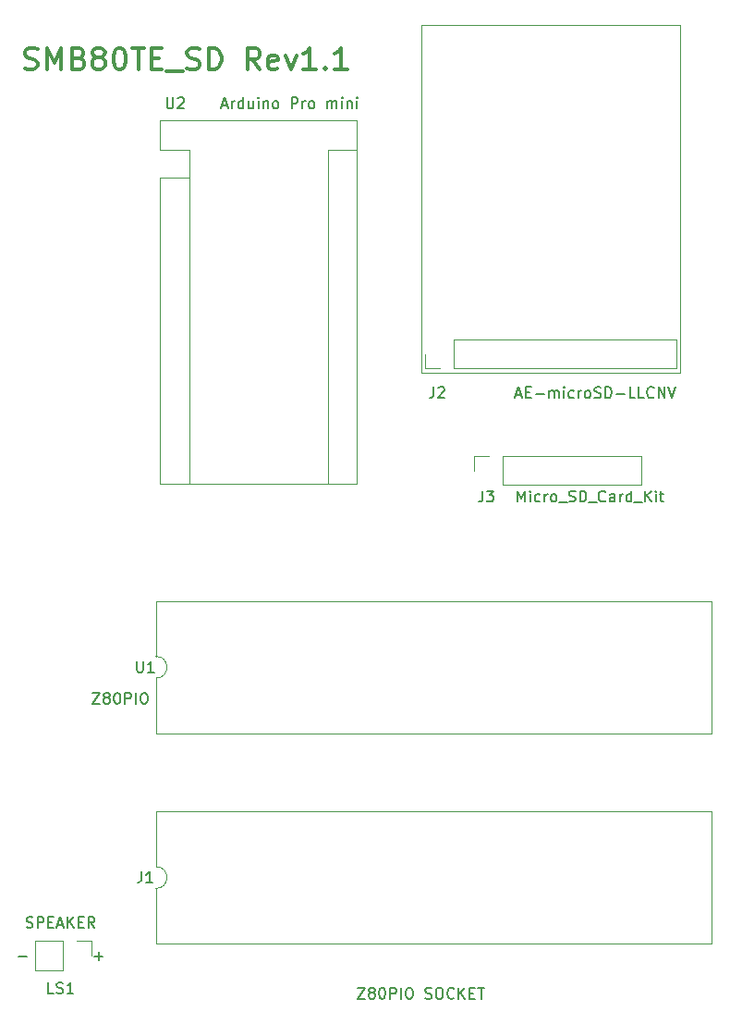
<source format=gto>
G04 #@! TF.GenerationSoftware,KiCad,Pcbnew,(5.1.9)-1*
G04 #@! TF.CreationDate,2023-03-18T10:12:14+09:00*
G04 #@! TF.ProjectId,SMB80TE_SD,534d4238-3054-4455-9f53-442e6b696361,rev?*
G04 #@! TF.SameCoordinates,PX53920b0PY93c3260*
G04 #@! TF.FileFunction,Legend,Top*
G04 #@! TF.FilePolarity,Positive*
%FSLAX46Y46*%
G04 Gerber Fmt 4.6, Leading zero omitted, Abs format (unit mm)*
G04 Created by KiCad (PCBNEW (5.1.9)-1) date 2023-03-18 10:12:14*
%MOMM*%
%LPD*%
G01*
G04 APERTURE LIST*
%ADD10C,0.150000*%
%ADD11C,0.300000*%
%ADD12C,0.120000*%
G04 APERTURE END LIST*
D10*
X47380952Y46547620D02*
X47380952Y47547620D01*
X47714285Y46833334D01*
X48047619Y47547620D01*
X48047619Y46547620D01*
X48523809Y46547620D02*
X48523809Y47214286D01*
X48523809Y47547620D02*
X48476190Y47500000D01*
X48523809Y47452381D01*
X48571428Y47500000D01*
X48523809Y47547620D01*
X48523809Y47452381D01*
X49428571Y46595239D02*
X49333333Y46547620D01*
X49142857Y46547620D01*
X49047619Y46595239D01*
X49000000Y46642858D01*
X48952380Y46738096D01*
X48952380Y47023810D01*
X49000000Y47119048D01*
X49047619Y47166667D01*
X49142857Y47214286D01*
X49333333Y47214286D01*
X49428571Y47166667D01*
X49857142Y46547620D02*
X49857142Y47214286D01*
X49857142Y47023810D02*
X49904761Y47119048D01*
X49952380Y47166667D01*
X50047619Y47214286D01*
X50142857Y47214286D01*
X50619047Y46547620D02*
X50523809Y46595239D01*
X50476190Y46642858D01*
X50428571Y46738096D01*
X50428571Y47023810D01*
X50476190Y47119048D01*
X50523809Y47166667D01*
X50619047Y47214286D01*
X50761904Y47214286D01*
X50857142Y47166667D01*
X50904761Y47119048D01*
X50952380Y47023810D01*
X50952380Y46738096D01*
X50904761Y46642858D01*
X50857142Y46595239D01*
X50761904Y46547620D01*
X50619047Y46547620D01*
X51142857Y46452381D02*
X51904761Y46452381D01*
X52095238Y46595239D02*
X52238095Y46547620D01*
X52476190Y46547620D01*
X52571428Y46595239D01*
X52619047Y46642858D01*
X52666666Y46738096D01*
X52666666Y46833334D01*
X52619047Y46928572D01*
X52571428Y46976191D01*
X52476190Y47023810D01*
X52285714Y47071429D01*
X52190476Y47119048D01*
X52142857Y47166667D01*
X52095238Y47261905D01*
X52095238Y47357143D01*
X52142857Y47452381D01*
X52190476Y47500000D01*
X52285714Y47547620D01*
X52523809Y47547620D01*
X52666666Y47500000D01*
X53095238Y46547620D02*
X53095238Y47547620D01*
X53333333Y47547620D01*
X53476190Y47500000D01*
X53571428Y47404762D01*
X53619047Y47309524D01*
X53666666Y47119048D01*
X53666666Y46976191D01*
X53619047Y46785715D01*
X53571428Y46690477D01*
X53476190Y46595239D01*
X53333333Y46547620D01*
X53095238Y46547620D01*
X53857142Y46452381D02*
X54619047Y46452381D01*
X55428571Y46642858D02*
X55380952Y46595239D01*
X55238095Y46547620D01*
X55142857Y46547620D01*
X55000000Y46595239D01*
X54904761Y46690477D01*
X54857142Y46785715D01*
X54809523Y46976191D01*
X54809523Y47119048D01*
X54857142Y47309524D01*
X54904761Y47404762D01*
X55000000Y47500000D01*
X55142857Y47547620D01*
X55238095Y47547620D01*
X55380952Y47500000D01*
X55428571Y47452381D01*
X56285714Y46547620D02*
X56285714Y47071429D01*
X56238095Y47166667D01*
X56142857Y47214286D01*
X55952380Y47214286D01*
X55857142Y47166667D01*
X56285714Y46595239D02*
X56190476Y46547620D01*
X55952380Y46547620D01*
X55857142Y46595239D01*
X55809523Y46690477D01*
X55809523Y46785715D01*
X55857142Y46880953D01*
X55952380Y46928572D01*
X56190476Y46928572D01*
X56285714Y46976191D01*
X56761904Y46547620D02*
X56761904Y47214286D01*
X56761904Y47023810D02*
X56809523Y47119048D01*
X56857142Y47166667D01*
X56952380Y47214286D01*
X57047619Y47214286D01*
X57809523Y46547620D02*
X57809523Y47547620D01*
X57809523Y46595239D02*
X57714285Y46547620D01*
X57523809Y46547620D01*
X57428571Y46595239D01*
X57380952Y46642858D01*
X57333333Y46738096D01*
X57333333Y47023810D01*
X57380952Y47119048D01*
X57428571Y47166667D01*
X57523809Y47214286D01*
X57714285Y47214286D01*
X57809523Y47166667D01*
X58047619Y46452381D02*
X58809523Y46452381D01*
X59047619Y46547620D02*
X59047619Y47547620D01*
X59619047Y46547620D02*
X59190476Y47119048D01*
X59619047Y47547620D02*
X59047619Y46976191D01*
X60047619Y46547620D02*
X60047619Y47214286D01*
X60047619Y47547620D02*
X60000000Y47500000D01*
X60047619Y47452381D01*
X60095238Y47500000D01*
X60047619Y47547620D01*
X60047619Y47452381D01*
X60380952Y47214286D02*
X60761904Y47214286D01*
X60523809Y47547620D02*
X60523809Y46690477D01*
X60571428Y46595239D01*
X60666666Y46547620D01*
X60761904Y46547620D01*
X20285714Y82833334D02*
X20761904Y82833334D01*
X20190476Y82547620D02*
X20523809Y83547620D01*
X20857142Y82547620D01*
X21190476Y82547620D02*
X21190476Y83214286D01*
X21190476Y83023810D02*
X21238095Y83119048D01*
X21285714Y83166667D01*
X21380952Y83214286D01*
X21476190Y83214286D01*
X22238095Y82547620D02*
X22238095Y83547620D01*
X22238095Y82595239D02*
X22142857Y82547620D01*
X21952380Y82547620D01*
X21857142Y82595239D01*
X21809523Y82642858D01*
X21761904Y82738096D01*
X21761904Y83023810D01*
X21809523Y83119048D01*
X21857142Y83166667D01*
X21952380Y83214286D01*
X22142857Y83214286D01*
X22238095Y83166667D01*
X23142857Y83214286D02*
X23142857Y82547620D01*
X22714285Y83214286D02*
X22714285Y82690477D01*
X22761904Y82595239D01*
X22857142Y82547620D01*
X23000000Y82547620D01*
X23095238Y82595239D01*
X23142857Y82642858D01*
X23619047Y82547620D02*
X23619047Y83214286D01*
X23619047Y83547620D02*
X23571428Y83500000D01*
X23619047Y83452381D01*
X23666666Y83500000D01*
X23619047Y83547620D01*
X23619047Y83452381D01*
X24095238Y83214286D02*
X24095238Y82547620D01*
X24095238Y83119048D02*
X24142857Y83166667D01*
X24238095Y83214286D01*
X24380952Y83214286D01*
X24476190Y83166667D01*
X24523809Y83071429D01*
X24523809Y82547620D01*
X25142857Y82547620D02*
X25047619Y82595239D01*
X25000000Y82642858D01*
X24952380Y82738096D01*
X24952380Y83023810D01*
X25000000Y83119048D01*
X25047619Y83166667D01*
X25142857Y83214286D01*
X25285714Y83214286D01*
X25380952Y83166667D01*
X25428571Y83119048D01*
X25476190Y83023810D01*
X25476190Y82738096D01*
X25428571Y82642858D01*
X25380952Y82595239D01*
X25285714Y82547620D01*
X25142857Y82547620D01*
X26666666Y82547620D02*
X26666666Y83547620D01*
X27047619Y83547620D01*
X27142857Y83500000D01*
X27190476Y83452381D01*
X27238095Y83357143D01*
X27238095Y83214286D01*
X27190476Y83119048D01*
X27142857Y83071429D01*
X27047619Y83023810D01*
X26666666Y83023810D01*
X27666666Y82547620D02*
X27666666Y83214286D01*
X27666666Y83023810D02*
X27714285Y83119048D01*
X27761904Y83166667D01*
X27857142Y83214286D01*
X27952380Y83214286D01*
X28428571Y82547620D02*
X28333333Y82595239D01*
X28285714Y82642858D01*
X28238095Y82738096D01*
X28238095Y83023810D01*
X28285714Y83119048D01*
X28333333Y83166667D01*
X28428571Y83214286D01*
X28571428Y83214286D01*
X28666666Y83166667D01*
X28714285Y83119048D01*
X28761904Y83023810D01*
X28761904Y82738096D01*
X28714285Y82642858D01*
X28666666Y82595239D01*
X28571428Y82547620D01*
X28428571Y82547620D01*
X29952380Y82547620D02*
X29952380Y83214286D01*
X29952380Y83119048D02*
X30000000Y83166667D01*
X30095238Y83214286D01*
X30238095Y83214286D01*
X30333333Y83166667D01*
X30380952Y83071429D01*
X30380952Y82547620D01*
X30380952Y83071429D02*
X30428571Y83166667D01*
X30523809Y83214286D01*
X30666666Y83214286D01*
X30761904Y83166667D01*
X30809523Y83071429D01*
X30809523Y82547620D01*
X31285714Y82547620D02*
X31285714Y83214286D01*
X31285714Y83547620D02*
X31238095Y83500000D01*
X31285714Y83452381D01*
X31333333Y83500000D01*
X31285714Y83547620D01*
X31285714Y83452381D01*
X31761904Y83214286D02*
X31761904Y82547620D01*
X31761904Y83119048D02*
X31809523Y83166667D01*
X31904761Y83214286D01*
X32047619Y83214286D01*
X32142857Y83166667D01*
X32190476Y83071429D01*
X32190476Y82547620D01*
X32666666Y82547620D02*
X32666666Y83214286D01*
X32666666Y83547620D02*
X32619047Y83500000D01*
X32666666Y83452381D01*
X32714285Y83500000D01*
X32666666Y83547620D01*
X32666666Y83452381D01*
X8452380Y29047620D02*
X9119047Y29047620D01*
X8452380Y28047620D01*
X9119047Y28047620D01*
X9642857Y28619048D02*
X9547619Y28666667D01*
X9500000Y28714286D01*
X9452380Y28809524D01*
X9452380Y28857143D01*
X9500000Y28952381D01*
X9547619Y29000000D01*
X9642857Y29047620D01*
X9833333Y29047620D01*
X9928571Y29000000D01*
X9976190Y28952381D01*
X10023809Y28857143D01*
X10023809Y28809524D01*
X9976190Y28714286D01*
X9928571Y28666667D01*
X9833333Y28619048D01*
X9642857Y28619048D01*
X9547619Y28571429D01*
X9500000Y28523810D01*
X9452380Y28428572D01*
X9452380Y28238096D01*
X9500000Y28142858D01*
X9547619Y28095239D01*
X9642857Y28047620D01*
X9833333Y28047620D01*
X9928571Y28095239D01*
X9976190Y28142858D01*
X10023809Y28238096D01*
X10023809Y28428572D01*
X9976190Y28523810D01*
X9928571Y28571429D01*
X9833333Y28619048D01*
X10642857Y29047620D02*
X10738095Y29047620D01*
X10833333Y29000000D01*
X10880952Y28952381D01*
X10928571Y28857143D01*
X10976190Y28666667D01*
X10976190Y28428572D01*
X10928571Y28238096D01*
X10880952Y28142858D01*
X10833333Y28095239D01*
X10738095Y28047620D01*
X10642857Y28047620D01*
X10547619Y28095239D01*
X10500000Y28142858D01*
X10452380Y28238096D01*
X10404761Y28428572D01*
X10404761Y28666667D01*
X10452380Y28857143D01*
X10500000Y28952381D01*
X10547619Y29000000D01*
X10642857Y29047620D01*
X11404761Y28047620D02*
X11404761Y29047620D01*
X11785714Y29047620D01*
X11880952Y29000000D01*
X11928571Y28952381D01*
X11976190Y28857143D01*
X11976190Y28714286D01*
X11928571Y28619048D01*
X11880952Y28571429D01*
X11785714Y28523810D01*
X11404761Y28523810D01*
X12404761Y28047620D02*
X12404761Y29047620D01*
X13071428Y29047620D02*
X13261904Y29047620D01*
X13357142Y29000000D01*
X13452380Y28904762D01*
X13500000Y28714286D01*
X13500000Y28380953D01*
X13452380Y28190477D01*
X13357142Y28095239D01*
X13261904Y28047620D01*
X13071428Y28047620D01*
X12976190Y28095239D01*
X12880952Y28190477D01*
X12833333Y28380953D01*
X12833333Y28714286D01*
X12880952Y28904762D01*
X12976190Y29000000D01*
X13071428Y29047620D01*
X1619047Y4928572D02*
X2380952Y4928572D01*
X8619047Y4928572D02*
X9380952Y4928572D01*
X9000000Y4547620D02*
X9000000Y5309524D01*
X2380952Y7595239D02*
X2523809Y7547620D01*
X2761904Y7547620D01*
X2857142Y7595239D01*
X2904761Y7642858D01*
X2952380Y7738096D01*
X2952380Y7833334D01*
X2904761Y7928572D01*
X2857142Y7976191D01*
X2761904Y8023810D01*
X2571428Y8071429D01*
X2476190Y8119048D01*
X2428571Y8166667D01*
X2380952Y8261905D01*
X2380952Y8357143D01*
X2428571Y8452381D01*
X2476190Y8500000D01*
X2571428Y8547620D01*
X2809523Y8547620D01*
X2952380Y8500000D01*
X3380952Y7547620D02*
X3380952Y8547620D01*
X3761904Y8547620D01*
X3857142Y8500000D01*
X3904761Y8452381D01*
X3952380Y8357143D01*
X3952380Y8214286D01*
X3904761Y8119048D01*
X3857142Y8071429D01*
X3761904Y8023810D01*
X3380952Y8023810D01*
X4380952Y8071429D02*
X4714285Y8071429D01*
X4857142Y7547620D02*
X4380952Y7547620D01*
X4380952Y8547620D01*
X4857142Y8547620D01*
X5238095Y7833334D02*
X5714285Y7833334D01*
X5142857Y7547620D02*
X5476190Y8547620D01*
X5809523Y7547620D01*
X6142857Y7547620D02*
X6142857Y8547620D01*
X6714285Y7547620D02*
X6285714Y8119048D01*
X6714285Y8547620D02*
X6142857Y7976191D01*
X7142857Y8071429D02*
X7476190Y8071429D01*
X7619047Y7547620D02*
X7142857Y7547620D01*
X7142857Y8547620D01*
X7619047Y8547620D01*
X8619047Y7547620D02*
X8285714Y8023810D01*
X8047619Y7547620D02*
X8047619Y8547620D01*
X8428571Y8547620D01*
X8523809Y8500000D01*
X8571428Y8452381D01*
X8619047Y8357143D01*
X8619047Y8214286D01*
X8571428Y8119048D01*
X8523809Y8071429D01*
X8428571Y8023810D01*
X8047619Y8023810D01*
X32738095Y2047620D02*
X33404761Y2047620D01*
X32738095Y1047620D01*
X33404761Y1047620D01*
X33928571Y1619048D02*
X33833333Y1666667D01*
X33785714Y1714286D01*
X33738095Y1809524D01*
X33738095Y1857143D01*
X33785714Y1952381D01*
X33833333Y2000000D01*
X33928571Y2047620D01*
X34119047Y2047620D01*
X34214285Y2000000D01*
X34261904Y1952381D01*
X34309523Y1857143D01*
X34309523Y1809524D01*
X34261904Y1714286D01*
X34214285Y1666667D01*
X34119047Y1619048D01*
X33928571Y1619048D01*
X33833333Y1571429D01*
X33785714Y1523810D01*
X33738095Y1428572D01*
X33738095Y1238096D01*
X33785714Y1142858D01*
X33833333Y1095239D01*
X33928571Y1047620D01*
X34119047Y1047620D01*
X34214285Y1095239D01*
X34261904Y1142858D01*
X34309523Y1238096D01*
X34309523Y1428572D01*
X34261904Y1523810D01*
X34214285Y1571429D01*
X34119047Y1619048D01*
X34928571Y2047620D02*
X35023809Y2047620D01*
X35119047Y2000000D01*
X35166666Y1952381D01*
X35214285Y1857143D01*
X35261904Y1666667D01*
X35261904Y1428572D01*
X35214285Y1238096D01*
X35166666Y1142858D01*
X35119047Y1095239D01*
X35023809Y1047620D01*
X34928571Y1047620D01*
X34833333Y1095239D01*
X34785714Y1142858D01*
X34738095Y1238096D01*
X34690476Y1428572D01*
X34690476Y1666667D01*
X34738095Y1857143D01*
X34785714Y1952381D01*
X34833333Y2000000D01*
X34928571Y2047620D01*
X35690476Y1047620D02*
X35690476Y2047620D01*
X36071428Y2047620D01*
X36166666Y2000000D01*
X36214285Y1952381D01*
X36261904Y1857143D01*
X36261904Y1714286D01*
X36214285Y1619048D01*
X36166666Y1571429D01*
X36071428Y1523810D01*
X35690476Y1523810D01*
X36690476Y1047620D02*
X36690476Y2047620D01*
X37357142Y2047620D02*
X37547619Y2047620D01*
X37642857Y2000000D01*
X37738095Y1904762D01*
X37785714Y1714286D01*
X37785714Y1380953D01*
X37738095Y1190477D01*
X37642857Y1095239D01*
X37547619Y1047620D01*
X37357142Y1047620D01*
X37261904Y1095239D01*
X37166666Y1190477D01*
X37119047Y1380953D01*
X37119047Y1714286D01*
X37166666Y1904762D01*
X37261904Y2000000D01*
X37357142Y2047620D01*
X38928571Y1095239D02*
X39071428Y1047620D01*
X39309523Y1047620D01*
X39404761Y1095239D01*
X39452380Y1142858D01*
X39500000Y1238096D01*
X39500000Y1333334D01*
X39452380Y1428572D01*
X39404761Y1476191D01*
X39309523Y1523810D01*
X39119047Y1571429D01*
X39023809Y1619048D01*
X38976190Y1666667D01*
X38928571Y1761905D01*
X38928571Y1857143D01*
X38976190Y1952381D01*
X39023809Y2000000D01*
X39119047Y2047620D01*
X39357142Y2047620D01*
X39500000Y2000000D01*
X40119047Y2047620D02*
X40309523Y2047620D01*
X40404761Y2000000D01*
X40500000Y1904762D01*
X40547619Y1714286D01*
X40547619Y1380953D01*
X40500000Y1190477D01*
X40404761Y1095239D01*
X40309523Y1047620D01*
X40119047Y1047620D01*
X40023809Y1095239D01*
X39928571Y1190477D01*
X39880952Y1380953D01*
X39880952Y1714286D01*
X39928571Y1904762D01*
X40023809Y2000000D01*
X40119047Y2047620D01*
X41547619Y1142858D02*
X41500000Y1095239D01*
X41357142Y1047620D01*
X41261904Y1047620D01*
X41119047Y1095239D01*
X41023809Y1190477D01*
X40976190Y1285715D01*
X40928571Y1476191D01*
X40928571Y1619048D01*
X40976190Y1809524D01*
X41023809Y1904762D01*
X41119047Y2000000D01*
X41261904Y2047620D01*
X41357142Y2047620D01*
X41500000Y2000000D01*
X41547619Y1952381D01*
X41976190Y1047620D02*
X41976190Y2047620D01*
X42547619Y1047620D02*
X42119047Y1619048D01*
X42547619Y2047620D02*
X41976190Y1476191D01*
X42976190Y1571429D02*
X43309523Y1571429D01*
X43452380Y1047620D02*
X42976190Y1047620D01*
X42976190Y2047620D01*
X43452380Y2047620D01*
X43738095Y2047620D02*
X44309523Y2047620D01*
X44023809Y1047620D02*
X44023809Y2047620D01*
D11*
X2238095Y86190477D02*
X2523809Y86095239D01*
X3000000Y86095239D01*
X3190476Y86190477D01*
X3285714Y86285715D01*
X3380952Y86476191D01*
X3380952Y86666667D01*
X3285714Y86857143D01*
X3190476Y86952381D01*
X3000000Y87047620D01*
X2619047Y87142858D01*
X2428571Y87238096D01*
X2333333Y87333334D01*
X2238095Y87523810D01*
X2238095Y87714286D01*
X2333333Y87904762D01*
X2428571Y88000000D01*
X2619047Y88095239D01*
X3095238Y88095239D01*
X3380952Y88000000D01*
X4238095Y86095239D02*
X4238095Y88095239D01*
X4904761Y86666667D01*
X5571428Y88095239D01*
X5571428Y86095239D01*
X7190476Y87142858D02*
X7476190Y87047620D01*
X7571428Y86952381D01*
X7666666Y86761905D01*
X7666666Y86476191D01*
X7571428Y86285715D01*
X7476190Y86190477D01*
X7285714Y86095239D01*
X6523809Y86095239D01*
X6523809Y88095239D01*
X7190476Y88095239D01*
X7380952Y88000000D01*
X7476190Y87904762D01*
X7571428Y87714286D01*
X7571428Y87523810D01*
X7476190Y87333334D01*
X7380952Y87238096D01*
X7190476Y87142858D01*
X6523809Y87142858D01*
X8809523Y87238096D02*
X8619047Y87333334D01*
X8523809Y87428572D01*
X8428571Y87619048D01*
X8428571Y87714286D01*
X8523809Y87904762D01*
X8619047Y88000000D01*
X8809523Y88095239D01*
X9190476Y88095239D01*
X9380952Y88000000D01*
X9476190Y87904762D01*
X9571428Y87714286D01*
X9571428Y87619048D01*
X9476190Y87428572D01*
X9380952Y87333334D01*
X9190476Y87238096D01*
X8809523Y87238096D01*
X8619047Y87142858D01*
X8523809Y87047620D01*
X8428571Y86857143D01*
X8428571Y86476191D01*
X8523809Y86285715D01*
X8619047Y86190477D01*
X8809523Y86095239D01*
X9190476Y86095239D01*
X9380952Y86190477D01*
X9476190Y86285715D01*
X9571428Y86476191D01*
X9571428Y86857143D01*
X9476190Y87047620D01*
X9380952Y87142858D01*
X9190476Y87238096D01*
X10809523Y88095239D02*
X11000000Y88095239D01*
X11190476Y88000000D01*
X11285714Y87904762D01*
X11380952Y87714286D01*
X11476190Y87333334D01*
X11476190Y86857143D01*
X11380952Y86476191D01*
X11285714Y86285715D01*
X11190476Y86190477D01*
X11000000Y86095239D01*
X10809523Y86095239D01*
X10619047Y86190477D01*
X10523809Y86285715D01*
X10428571Y86476191D01*
X10333333Y86857143D01*
X10333333Y87333334D01*
X10428571Y87714286D01*
X10523809Y87904762D01*
X10619047Y88000000D01*
X10809523Y88095239D01*
X12047619Y88095239D02*
X13190476Y88095239D01*
X12619047Y86095239D02*
X12619047Y88095239D01*
X13857142Y87142858D02*
X14523809Y87142858D01*
X14809523Y86095239D02*
X13857142Y86095239D01*
X13857142Y88095239D01*
X14809523Y88095239D01*
X15190476Y85904762D02*
X16714285Y85904762D01*
X17095238Y86190477D02*
X17380952Y86095239D01*
X17857142Y86095239D01*
X18047619Y86190477D01*
X18142857Y86285715D01*
X18238095Y86476191D01*
X18238095Y86666667D01*
X18142857Y86857143D01*
X18047619Y86952381D01*
X17857142Y87047620D01*
X17476190Y87142858D01*
X17285714Y87238096D01*
X17190476Y87333334D01*
X17095238Y87523810D01*
X17095238Y87714286D01*
X17190476Y87904762D01*
X17285714Y88000000D01*
X17476190Y88095239D01*
X17952380Y88095239D01*
X18238095Y88000000D01*
X19095238Y86095239D02*
X19095238Y88095239D01*
X19571428Y88095239D01*
X19857142Y88000000D01*
X20047619Y87809524D01*
X20142857Y87619048D01*
X20238095Y87238096D01*
X20238095Y86952381D01*
X20142857Y86571429D01*
X20047619Y86380953D01*
X19857142Y86190477D01*
X19571428Y86095239D01*
X19095238Y86095239D01*
X23761904Y86095239D02*
X23095238Y87047620D01*
X22619047Y86095239D02*
X22619047Y88095239D01*
X23380952Y88095239D01*
X23571428Y88000000D01*
X23666666Y87904762D01*
X23761904Y87714286D01*
X23761904Y87428572D01*
X23666666Y87238096D01*
X23571428Y87142858D01*
X23380952Y87047620D01*
X22619047Y87047620D01*
X25380952Y86190477D02*
X25190476Y86095239D01*
X24809523Y86095239D01*
X24619047Y86190477D01*
X24523809Y86380953D01*
X24523809Y87142858D01*
X24619047Y87333334D01*
X24809523Y87428572D01*
X25190476Y87428572D01*
X25380952Y87333334D01*
X25476190Y87142858D01*
X25476190Y86952381D01*
X24523809Y86761905D01*
X26142857Y87428572D02*
X26619047Y86095239D01*
X27095238Y87428572D01*
X28904761Y86095239D02*
X27761904Y86095239D01*
X28333333Y86095239D02*
X28333333Y88095239D01*
X28142857Y87809524D01*
X27952380Y87619048D01*
X27761904Y87523810D01*
X29761904Y86285715D02*
X29857142Y86190477D01*
X29761904Y86095239D01*
X29666666Y86190477D01*
X29761904Y86285715D01*
X29761904Y86095239D01*
X31761904Y86095239D02*
X30619047Y86095239D01*
X31190476Y86095239D02*
X31190476Y88095239D01*
X30999999Y87809524D01*
X30809523Y87619048D01*
X30619047Y87523810D01*
D12*
X38590000Y58380000D02*
X62290000Y58380000D01*
X38590000Y90180000D02*
X38590000Y58380000D01*
X62290000Y90180000D02*
X38590000Y90180000D01*
X62290000Y58380000D02*
X62290000Y90180000D01*
X38940000Y58750000D02*
X38940000Y60080000D01*
X40270000Y58750000D02*
X38940000Y58750000D01*
X41540000Y58750000D02*
X41540000Y61410000D01*
X41540000Y61410000D02*
X61920000Y61410000D01*
X41540000Y58750000D02*
X61920000Y58750000D01*
X61920000Y58750000D02*
X61920000Y61410000D01*
X32637000Y81437000D02*
X14603000Y81437000D01*
X32637000Y48163000D02*
X32637000Y81437000D01*
X17270000Y76230000D02*
X17270000Y48163000D01*
X17270000Y76230000D02*
X14603000Y76230000D01*
X14603000Y48163000D02*
X32640000Y48163000D01*
X29970000Y78770000D02*
X29970000Y48163000D01*
X29970000Y78770000D02*
X32640000Y78770000D01*
X14603000Y81437000D02*
X14603000Y78770000D01*
X14603000Y76230000D02*
X14603000Y48163000D01*
X17270000Y78770000D02*
X14603000Y78770000D01*
X17270000Y76230000D02*
X17270000Y78770000D01*
X43385000Y49412000D02*
X43385000Y50742000D01*
X43385000Y50742000D02*
X44715000Y50742000D01*
X45985000Y50742000D02*
X58745000Y50742000D01*
X58745000Y48082000D02*
X58745000Y50742000D01*
X45985000Y48082000D02*
X58745000Y48082000D01*
X45985000Y48082000D02*
X45985000Y50742000D01*
X14245000Y18205000D02*
X14245000Y13145000D01*
X65165000Y18205000D02*
X14245000Y18205000D01*
X65165000Y6085000D02*
X65165000Y18205000D01*
X14245000Y6085000D02*
X65165000Y6085000D01*
X14245000Y11145000D02*
X14245000Y6085000D01*
X14245000Y13145000D02*
G75*
G02*
X14245000Y11145000I0J-1000000D01*
G01*
X14245000Y30395000D02*
X14245000Y25335000D01*
X14245000Y25335000D02*
X65165000Y25335000D01*
X65165000Y25335000D02*
X65165000Y37455000D01*
X65165000Y37455000D02*
X14245000Y37455000D01*
X14245000Y37455000D02*
X14245000Y32395000D01*
X14245000Y32395000D02*
G75*
G02*
X14245000Y30395000I0J-1000000D01*
G01*
X8330000Y6330000D02*
X8330000Y5000000D01*
X7000000Y6330000D02*
X8330000Y6330000D01*
X5730000Y6330000D02*
X5730000Y3670000D01*
X5730000Y3670000D02*
X3130000Y3670000D01*
X5730000Y6330000D02*
X3130000Y6330000D01*
X3130000Y6330000D02*
X3130000Y3670000D01*
D10*
X39666666Y57047620D02*
X39666666Y56333334D01*
X39619047Y56190477D01*
X39523809Y56095239D01*
X39380952Y56047620D01*
X39285714Y56047620D01*
X40095238Y56952381D02*
X40142857Y57000000D01*
X40238095Y57047620D01*
X40476190Y57047620D01*
X40571428Y57000000D01*
X40619047Y56952381D01*
X40666666Y56857143D01*
X40666666Y56761905D01*
X40619047Y56619048D01*
X40047619Y56047620D01*
X40666666Y56047620D01*
X47238095Y56333334D02*
X47714285Y56333334D01*
X47142857Y56047620D02*
X47476190Y57047620D01*
X47809523Y56047620D01*
X48142857Y56571429D02*
X48476190Y56571429D01*
X48619047Y56047620D02*
X48142857Y56047620D01*
X48142857Y57047620D01*
X48619047Y57047620D01*
X49047619Y56428572D02*
X49809523Y56428572D01*
X50285714Y56047620D02*
X50285714Y56714286D01*
X50285714Y56619048D02*
X50333333Y56666667D01*
X50428571Y56714286D01*
X50571428Y56714286D01*
X50666666Y56666667D01*
X50714285Y56571429D01*
X50714285Y56047620D01*
X50714285Y56571429D02*
X50761904Y56666667D01*
X50857142Y56714286D01*
X51000000Y56714286D01*
X51095238Y56666667D01*
X51142857Y56571429D01*
X51142857Y56047620D01*
X51619047Y56047620D02*
X51619047Y56714286D01*
X51619047Y57047620D02*
X51571428Y57000000D01*
X51619047Y56952381D01*
X51666666Y57000000D01*
X51619047Y57047620D01*
X51619047Y56952381D01*
X52523809Y56095239D02*
X52428571Y56047620D01*
X52238095Y56047620D01*
X52142857Y56095239D01*
X52095238Y56142858D01*
X52047619Y56238096D01*
X52047619Y56523810D01*
X52095238Y56619048D01*
X52142857Y56666667D01*
X52238095Y56714286D01*
X52428571Y56714286D01*
X52523809Y56666667D01*
X52952380Y56047620D02*
X52952380Y56714286D01*
X52952380Y56523810D02*
X53000000Y56619048D01*
X53047619Y56666667D01*
X53142857Y56714286D01*
X53238095Y56714286D01*
X53714285Y56047620D02*
X53619047Y56095239D01*
X53571428Y56142858D01*
X53523809Y56238096D01*
X53523809Y56523810D01*
X53571428Y56619048D01*
X53619047Y56666667D01*
X53714285Y56714286D01*
X53857142Y56714286D01*
X53952380Y56666667D01*
X54000000Y56619048D01*
X54047619Y56523810D01*
X54047619Y56238096D01*
X54000000Y56142858D01*
X53952380Y56095239D01*
X53857142Y56047620D01*
X53714285Y56047620D01*
X54428571Y56095239D02*
X54571428Y56047620D01*
X54809523Y56047620D01*
X54904761Y56095239D01*
X54952380Y56142858D01*
X55000000Y56238096D01*
X55000000Y56333334D01*
X54952380Y56428572D01*
X54904761Y56476191D01*
X54809523Y56523810D01*
X54619047Y56571429D01*
X54523809Y56619048D01*
X54476190Y56666667D01*
X54428571Y56761905D01*
X54428571Y56857143D01*
X54476190Y56952381D01*
X54523809Y57000000D01*
X54619047Y57047620D01*
X54857142Y57047620D01*
X55000000Y57000000D01*
X55428571Y56047620D02*
X55428571Y57047620D01*
X55666666Y57047620D01*
X55809523Y57000000D01*
X55904761Y56904762D01*
X55952380Y56809524D01*
X56000000Y56619048D01*
X56000000Y56476191D01*
X55952380Y56285715D01*
X55904761Y56190477D01*
X55809523Y56095239D01*
X55666666Y56047620D01*
X55428571Y56047620D01*
X56428571Y56428572D02*
X57190476Y56428572D01*
X58142857Y56047620D02*
X57666666Y56047620D01*
X57666666Y57047620D01*
X58952380Y56047620D02*
X58476190Y56047620D01*
X58476190Y57047620D01*
X59857142Y56142858D02*
X59809523Y56095239D01*
X59666666Y56047620D01*
X59571428Y56047620D01*
X59428571Y56095239D01*
X59333333Y56190477D01*
X59285714Y56285715D01*
X59238095Y56476191D01*
X59238095Y56619048D01*
X59285714Y56809524D01*
X59333333Y56904762D01*
X59428571Y57000000D01*
X59571428Y57047620D01*
X59666666Y57047620D01*
X59809523Y57000000D01*
X59857142Y56952381D01*
X60285714Y56047620D02*
X60285714Y57047620D01*
X60857142Y56047620D01*
X60857142Y57047620D01*
X61190476Y57047620D02*
X61523809Y56047620D01*
X61857142Y57047620D01*
X15238095Y83547620D02*
X15238095Y82738096D01*
X15285714Y82642858D01*
X15333333Y82595239D01*
X15428571Y82547620D01*
X15619047Y82547620D01*
X15714285Y82595239D01*
X15761904Y82642858D01*
X15809523Y82738096D01*
X15809523Y83547620D01*
X16238095Y83452381D02*
X16285714Y83500000D01*
X16380952Y83547620D01*
X16619047Y83547620D01*
X16714285Y83500000D01*
X16761904Y83452381D01*
X16809523Y83357143D01*
X16809523Y83261905D01*
X16761904Y83119048D01*
X16190476Y82547620D01*
X16809523Y82547620D01*
X44166666Y47547620D02*
X44166666Y46833334D01*
X44119047Y46690477D01*
X44023809Y46595239D01*
X43880952Y46547620D01*
X43785714Y46547620D01*
X44547619Y47547620D02*
X45166666Y47547620D01*
X44833333Y47166667D01*
X44976190Y47166667D01*
X45071428Y47119048D01*
X45119047Y47071429D01*
X45166666Y46976191D01*
X45166666Y46738096D01*
X45119047Y46642858D01*
X45071428Y46595239D01*
X44976190Y46547620D01*
X44690476Y46547620D01*
X44595238Y46595239D01*
X44547619Y46642858D01*
X12911666Y12692620D02*
X12911666Y11978334D01*
X12864047Y11835477D01*
X12768809Y11740239D01*
X12625952Y11692620D01*
X12530714Y11692620D01*
X13911666Y11692620D02*
X13340238Y11692620D01*
X13625952Y11692620D02*
X13625952Y12692620D01*
X13530714Y12549762D01*
X13435476Y12454524D01*
X13340238Y12406905D01*
X12483095Y31942620D02*
X12483095Y31133096D01*
X12530714Y31037858D01*
X12578333Y30990239D01*
X12673571Y30942620D01*
X12864047Y30942620D01*
X12959285Y30990239D01*
X13006904Y31037858D01*
X13054523Y31133096D01*
X13054523Y31942620D01*
X14054523Y30942620D02*
X13483095Y30942620D01*
X13768809Y30942620D02*
X13768809Y31942620D01*
X13673571Y31799762D01*
X13578333Y31704524D01*
X13483095Y31656905D01*
X4857142Y1547620D02*
X4380952Y1547620D01*
X4380952Y2547620D01*
X5142857Y1595239D02*
X5285714Y1547620D01*
X5523809Y1547620D01*
X5619047Y1595239D01*
X5666666Y1642858D01*
X5714285Y1738096D01*
X5714285Y1833334D01*
X5666666Y1928572D01*
X5619047Y1976191D01*
X5523809Y2023810D01*
X5333333Y2071429D01*
X5238095Y2119048D01*
X5190476Y2166667D01*
X5142857Y2261905D01*
X5142857Y2357143D01*
X5190476Y2452381D01*
X5238095Y2500000D01*
X5333333Y2547620D01*
X5571428Y2547620D01*
X5714285Y2500000D01*
X6666666Y1547620D02*
X6095238Y1547620D01*
X6380952Y1547620D02*
X6380952Y2547620D01*
X6285714Y2404762D01*
X6190476Y2309524D01*
X6095238Y2261905D01*
M02*

</source>
